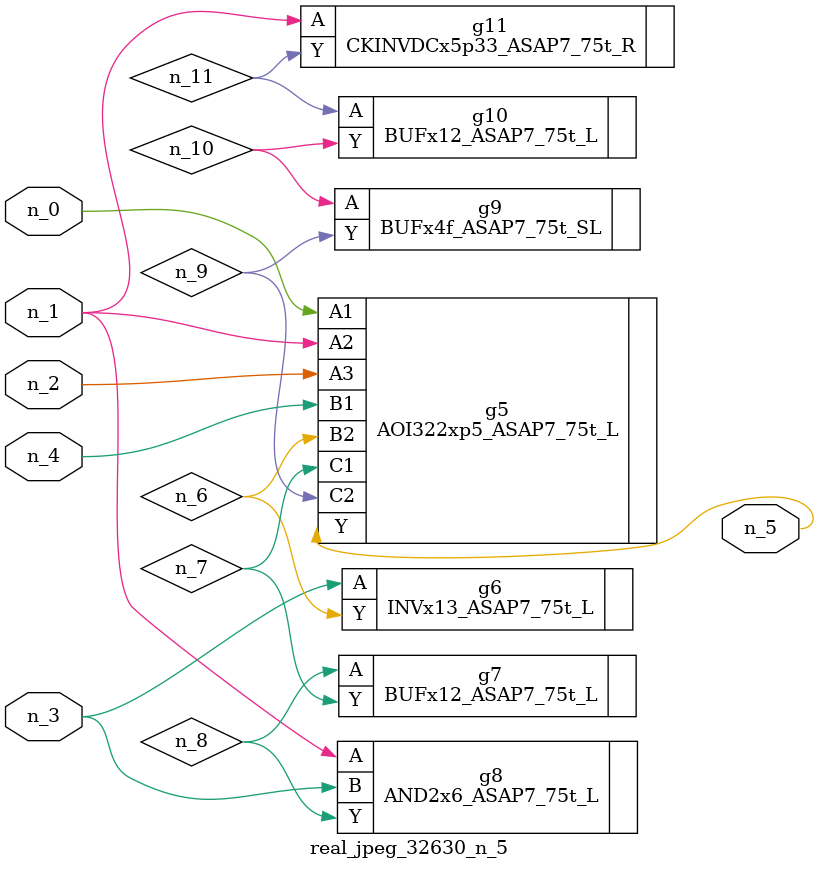
<source format=v>
module real_jpeg_32630_n_5 (n_4, n_0, n_1, n_2, n_3, n_5);

input n_4;
input n_0;
input n_1;
input n_2;
input n_3;

output n_5;

wire n_8;
wire n_11;
wire n_6;
wire n_7;
wire n_10;
wire n_9;

AOI322xp5_ASAP7_75t_L g5 ( 
.A1(n_0),
.A2(n_1),
.A3(n_2),
.B1(n_4),
.B2(n_6),
.C1(n_7),
.C2(n_9),
.Y(n_5)
);

AND2x6_ASAP7_75t_L g8 ( 
.A(n_1),
.B(n_3),
.Y(n_8)
);

CKINVDCx5p33_ASAP7_75t_R g11 ( 
.A(n_1),
.Y(n_11)
);

INVx13_ASAP7_75t_L g6 ( 
.A(n_3),
.Y(n_6)
);

BUFx12_ASAP7_75t_L g7 ( 
.A(n_8),
.Y(n_7)
);

BUFx4f_ASAP7_75t_SL g9 ( 
.A(n_10),
.Y(n_9)
);

BUFx12_ASAP7_75t_L g10 ( 
.A(n_11),
.Y(n_10)
);


endmodule
</source>
